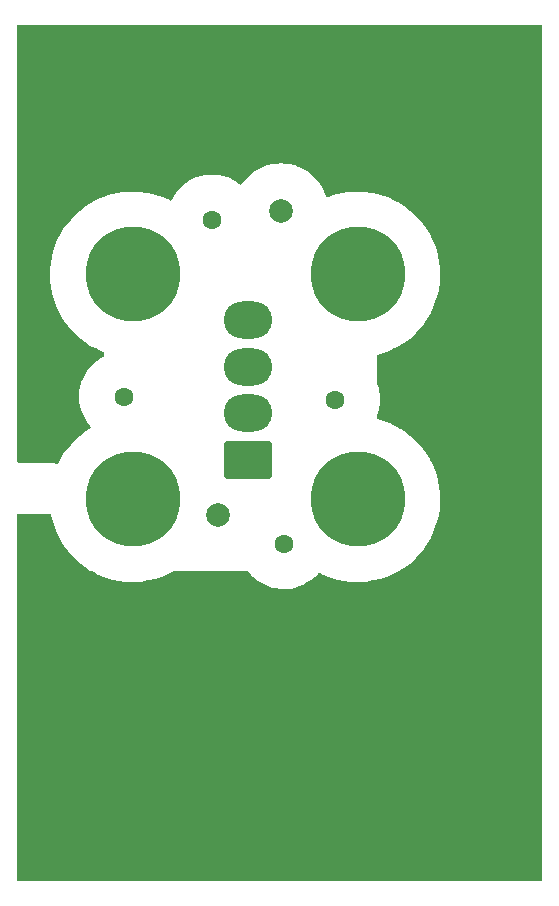
<source format=gbr>
%TF.GenerationSoftware,KiCad,Pcbnew,(6.0.7-1)-1*%
%TF.CreationDate,2022-10-01T11:55:10+02:00*%
%TF.ProjectId,HP6632B_binding_posts,48503636-3332-4425-9f62-696e64696e67,v2.0*%
%TF.SameCoordinates,Original*%
%TF.FileFunction,Copper,L2,Bot*%
%TF.FilePolarity,Positive*%
%FSLAX46Y46*%
G04 Gerber Fmt 4.6, Leading zero omitted, Abs format (unit mm)*
G04 Created by KiCad (PCBNEW (6.0.7-1)-1) date 2022-10-01 11:55:10*
%MOMM*%
%LPD*%
G01*
G04 APERTURE LIST*
G04 Aperture macros list*
%AMRoundRect*
0 Rectangle with rounded corners*
0 $1 Rounding radius*
0 $2 $3 $4 $5 $6 $7 $8 $9 X,Y pos of 4 corners*
0 Add a 4 corners polygon primitive as box body*
4,1,4,$2,$3,$4,$5,$6,$7,$8,$9,$2,$3,0*
0 Add four circle primitives for the rounded corners*
1,1,$1+$1,$2,$3*
1,1,$1+$1,$4,$5*
1,1,$1+$1,$6,$7*
1,1,$1+$1,$8,$9*
0 Add four rect primitives between the rounded corners*
20,1,$1+$1,$2,$3,$4,$5,0*
20,1,$1+$1,$4,$5,$6,$7,0*
20,1,$1+$1,$6,$7,$8,$9,0*
20,1,$1+$1,$8,$9,$2,$3,0*%
G04 Aperture macros list end*
%TA.AperFunction,ComponentPad*%
%ADD10C,8.000000*%
%TD*%
%TA.AperFunction,ComponentPad*%
%ADD11C,2.000000*%
%TD*%
%TA.AperFunction,ComponentPad*%
%ADD12C,1.600000*%
%TD*%
%TA.AperFunction,ComponentPad*%
%ADD13C,4.000000*%
%TD*%
%TA.AperFunction,ComponentPad*%
%ADD14RoundRect,0.250000X1.800000X-1.330000X1.800000X1.330000X-1.800000X1.330000X-1.800000X-1.330000X0*%
%TD*%
%TA.AperFunction,ComponentPad*%
%ADD15O,4.100000X3.160000*%
%TD*%
%TA.AperFunction,ViaPad*%
%ADD16C,0.600000*%
%TD*%
G04 APERTURE END LIST*
D10*
%TO.P,BP2,1,Pin_1*%
%TO.N,/V-*%
X95050000Y-90450000D03*
%TD*%
D11*
%TO.P,C604,1*%
%TO.N,Earth*%
X102272000Y-101736000D03*
%TO.P,C604,2*%
%TO.N,Net-(C604-Pad2)*%
X102272000Y-91736000D03*
%TD*%
D12*
%TO.P,C605,1*%
%TO.N,Net-(C603-Pad1)*%
X101764000Y-66764000D03*
%TO.P,C605,2*%
%TO.N,Earth*%
X101764000Y-61764000D03*
%TD*%
D10*
%TO.P,BP1,1,Pin_1*%
%TO.N,/V+*%
X95050000Y-71400000D03*
%TD*%
D12*
%TO.P,C607,1*%
%TO.N,Net-(C607-Pad1)*%
X112218000Y-82004000D03*
%TO.P,C607,2*%
%TO.N,Earth*%
X117218000Y-82004000D03*
%TD*%
%TO.P,C608,1*%
%TO.N,Earth*%
X107860000Y-99236000D03*
%TO.P,C608,2*%
%TO.N,Net-(C608-Pad2)*%
X107860000Y-94236000D03*
%TD*%
D10*
%TO.P,BP5,1,Pin_1*%
%TO.N,Earth*%
X95050000Y-109500000D03*
%TD*%
D11*
%TO.P,C603,1*%
%TO.N,Net-(C603-Pad1)*%
X107606000Y-66002000D03*
%TO.P,C603,2*%
%TO.N,Earth*%
X107606000Y-56002000D03*
%TD*%
D13*
%TO.P,J1,1,Pin_1*%
%TO.N,Earth*%
X106844000Y-105880000D03*
%TD*%
D14*
%TO.P,J615,1,Pin_1*%
%TO.N,Net-(C608-Pad2)*%
X104812000Y-87130000D03*
D15*
%TO.P,J615,2,Pin_2*%
%TO.N,Net-(C607-Pad1)*%
X104812000Y-83170000D03*
%TO.P,J615,3,Pin_3*%
%TO.N,Net-(J615-Pad3)*%
X104812000Y-79210000D03*
%TO.P,J615,4,Pin_4*%
%TO.N,Net-(J615-Pad4)*%
X104812000Y-75250000D03*
%TD*%
D12*
%TO.P,C606,1*%
%TO.N,Earth*%
X89318000Y-81750000D03*
%TO.P,C606,2*%
%TO.N,Net-(C604-Pad2)*%
X94318000Y-81750000D03*
%TD*%
D10*
%TO.P,BP3,1,Pin_1*%
%TO.N,/V+_sense*%
X114100000Y-71400000D03*
%TD*%
%TO.P,BP4,1,Pin_1*%
%TO.N,/V-_sense*%
X114100000Y-90450000D03*
%TD*%
D16*
%TO.N,Earth*%
X97700000Y-118580000D03*
X128180000Y-103340000D03*
X90080000Y-116040000D03*
X123100000Y-57620000D03*
X125640000Y-65240000D03*
X110400000Y-60160000D03*
X90080000Y-121120000D03*
X102780000Y-118580000D03*
X128180000Y-77940000D03*
X105320000Y-110960000D03*
X123100000Y-103340000D03*
X90080000Y-110960000D03*
X118020000Y-103340000D03*
X97700000Y-52540000D03*
X107860000Y-103340000D03*
X123100000Y-72860000D03*
X115480000Y-121120000D03*
X125640000Y-95720000D03*
X120560000Y-60160000D03*
X118020000Y-113500000D03*
X87540000Y-108420000D03*
X123100000Y-98260000D03*
X95160000Y-116040000D03*
X120560000Y-105880000D03*
X110400000Y-55080000D03*
X128180000Y-118580000D03*
X128180000Y-67780000D03*
X102780000Y-103340000D03*
X112940000Y-57620000D03*
X92620000Y-103340000D03*
X128180000Y-93180000D03*
X128180000Y-83020000D03*
X123100000Y-67780000D03*
X105320000Y-121120000D03*
X87540000Y-118580000D03*
X97700000Y-57620000D03*
X100240000Y-110960000D03*
X87540000Y-57620000D03*
X110400000Y-105880000D03*
X120560000Y-55080000D03*
X100240000Y-116040000D03*
X120560000Y-110960000D03*
X125640000Y-60160000D03*
X87540000Y-52540000D03*
X102780000Y-52540000D03*
X128180000Y-113500000D03*
X125640000Y-70320000D03*
X112940000Y-118580000D03*
X107860000Y-113500000D03*
X125640000Y-110960000D03*
X92620000Y-113500000D03*
X125640000Y-105880000D03*
X125640000Y-80480000D03*
X110400000Y-110960000D03*
X128180000Y-88100000D03*
X123100000Y-93180000D03*
X125640000Y-116040000D03*
X92620000Y-52540000D03*
X90080000Y-105880000D03*
X110400000Y-121120000D03*
X107860000Y-108420000D03*
X95160000Y-121120000D03*
X120560000Y-116040000D03*
X102780000Y-57620000D03*
X128180000Y-57620000D03*
X105320000Y-116040000D03*
X123100000Y-118580000D03*
X107860000Y-118580000D03*
X92620000Y-57620000D03*
X128180000Y-72860000D03*
X123100000Y-113500000D03*
X90080000Y-60160000D03*
X118020000Y-52540000D03*
X100240000Y-55080000D03*
X128180000Y-98260000D03*
X110400000Y-116040000D03*
X107860000Y-57620000D03*
X123100000Y-52540000D03*
X123100000Y-62700000D03*
X128180000Y-52540000D03*
X118020000Y-118580000D03*
X95160000Y-60160000D03*
X115480000Y-105880000D03*
X125640000Y-90640000D03*
X115480000Y-60160000D03*
X128180000Y-62700000D03*
X128180000Y-108420000D03*
X107860000Y-52540000D03*
X105320000Y-55080000D03*
X92620000Y-118580000D03*
X100240000Y-121120000D03*
X87540000Y-103340000D03*
X97700000Y-103340000D03*
X125640000Y-85560000D03*
X100240000Y-60160000D03*
X125640000Y-100800000D03*
X123100000Y-108420000D03*
X123100000Y-83020000D03*
X102780000Y-113500000D03*
X115480000Y-55080000D03*
X115480000Y-110960000D03*
X125640000Y-121120000D03*
X112940000Y-52540000D03*
X105320000Y-60160000D03*
X115480000Y-116040000D03*
X120560000Y-121120000D03*
X123100000Y-77940000D03*
X102780000Y-108420000D03*
X112940000Y-108420000D03*
X97700000Y-113500000D03*
X118020000Y-57620000D03*
X95160000Y-55080000D03*
X125640000Y-55080000D03*
X87540000Y-113500000D03*
X118020000Y-108420000D03*
X100240000Y-105880000D03*
X123100000Y-88100000D03*
X125640000Y-75400000D03*
X112940000Y-103340000D03*
X90080000Y-55080000D03*
X112940000Y-113500000D03*
%TD*%
%TA.AperFunction,Conductor*%
%TO.N,Earth*%
G36*
X129692539Y-50270185D02*
G01*
X129738294Y-50322989D01*
X129749500Y-50374500D01*
X129749500Y-122625500D01*
X129729815Y-122692539D01*
X129677011Y-122738294D01*
X129625500Y-122749500D01*
X85374784Y-122749500D01*
X85307745Y-122729815D01*
X85261990Y-122677011D01*
X85250784Y-122625406D01*
X85274216Y-91776406D01*
X85293952Y-91709381D01*
X85346790Y-91663667D01*
X85398216Y-91652500D01*
X87996584Y-91652500D01*
X88014639Y-91653821D01*
X88036824Y-91657086D01*
X88045814Y-91654823D01*
X88111777Y-91670640D01*
X88160126Y-91721078D01*
X88171742Y-91754317D01*
X88229691Y-92049689D01*
X88365166Y-92544900D01*
X88536545Y-93028859D01*
X88537460Y-93030944D01*
X88537465Y-93030956D01*
X88654355Y-93297239D01*
X88742908Y-93498968D01*
X88983147Y-93952699D01*
X89255971Y-94387618D01*
X89559915Y-94801388D01*
X89561393Y-94803119D01*
X89561395Y-94803121D01*
X89891867Y-95190055D01*
X89891875Y-95190064D01*
X89893346Y-95191786D01*
X89894946Y-95193403D01*
X89894948Y-95193405D01*
X90252866Y-95555092D01*
X90252879Y-95555104D01*
X90254474Y-95556716D01*
X90641360Y-95894218D01*
X91051924Y-96202478D01*
X91483962Y-96479841D01*
X91485971Y-96480932D01*
X91485973Y-96480933D01*
X91577288Y-96530513D01*
X91935153Y-96724818D01*
X91957325Y-96734829D01*
X92211847Y-96849750D01*
X92403075Y-96936093D01*
X92405185Y-96936865D01*
X92405192Y-96936868D01*
X92883087Y-97111752D01*
X92885213Y-97112530D01*
X93378978Y-97253183D01*
X93881718Y-97357296D01*
X94390734Y-97424309D01*
X94903290Y-97453863D01*
X95100329Y-97450767D01*
X95414361Y-97445834D01*
X95414369Y-97445834D01*
X95416634Y-97445798D01*
X95825949Y-97409268D01*
X95925747Y-97400361D01*
X95925750Y-97400361D01*
X95928009Y-97400159D01*
X95930247Y-97399792D01*
X95930251Y-97399792D01*
X96432429Y-97317558D01*
X96432434Y-97317557D01*
X96434669Y-97317191D01*
X96436864Y-97316664D01*
X96436874Y-97316662D01*
X96931672Y-97197871D01*
X96931679Y-97197869D01*
X96933891Y-97197338D01*
X96936066Y-97196644D01*
X97420820Y-97041939D01*
X97420825Y-97041937D01*
X97422994Y-97041245D01*
X97682640Y-96936868D01*
X97897239Y-96850600D01*
X97897252Y-96850594D01*
X97899352Y-96849750D01*
X97901410Y-96848742D01*
X98358352Y-96624889D01*
X98358358Y-96624886D01*
X98360407Y-96623882D01*
X98574222Y-96498939D01*
X98636782Y-96482000D01*
X104731826Y-96482000D01*
X104798865Y-96501685D01*
X104830202Y-96530513D01*
X104960151Y-96699865D01*
X104962054Y-96702345D01*
X105067115Y-96813834D01*
X105223976Y-96980291D01*
X105223983Y-96980298D01*
X105226129Y-96982575D01*
X105293860Y-97041245D01*
X105474059Y-97197338D01*
X105517172Y-97234684D01*
X105832201Y-97456090D01*
X106167992Y-97644527D01*
X106521107Y-97798066D01*
X106524092Y-97799019D01*
X106524093Y-97799019D01*
X106884947Y-97914182D01*
X106884953Y-97914183D01*
X106887931Y-97915134D01*
X107014132Y-97941729D01*
X107261631Y-97993885D01*
X107261635Y-97993886D01*
X107264707Y-97994533D01*
X107267825Y-97994866D01*
X107267830Y-97994867D01*
X107456143Y-98014992D01*
X107647578Y-98035451D01*
X107851368Y-98036518D01*
X108029489Y-98037451D01*
X108029497Y-98037451D01*
X108032624Y-98037467D01*
X108035737Y-98037167D01*
X108035743Y-98037167D01*
X108352258Y-98006689D01*
X108415902Y-98000561D01*
X108793489Y-97925112D01*
X108796486Y-97924190D01*
X108796490Y-97924189D01*
X109158503Y-97812819D01*
X109158511Y-97812816D01*
X109161518Y-97811891D01*
X109516221Y-97662059D01*
X109853968Y-97477148D01*
X110171298Y-97259053D01*
X110178949Y-97252565D01*
X110344990Y-97111752D01*
X110464965Y-97010006D01*
X110489388Y-96984627D01*
X110729774Y-96734829D01*
X110729778Y-96734825D01*
X110731960Y-96732557D01*
X110747164Y-96713166D01*
X110804020Y-96672558D01*
X110873805Y-96669134D01*
X110903911Y-96680707D01*
X110985153Y-96724818D01*
X111007325Y-96734829D01*
X111261847Y-96849750D01*
X111453075Y-96936093D01*
X111455185Y-96936865D01*
X111455192Y-96936868D01*
X111933087Y-97111752D01*
X111935213Y-97112530D01*
X112428978Y-97253183D01*
X112931718Y-97357296D01*
X113440734Y-97424309D01*
X113953290Y-97453863D01*
X114150329Y-97450767D01*
X114464361Y-97445834D01*
X114464369Y-97445834D01*
X114466634Y-97445798D01*
X114875949Y-97409268D01*
X114975747Y-97400361D01*
X114975750Y-97400361D01*
X114978009Y-97400159D01*
X114980247Y-97399792D01*
X114980251Y-97399792D01*
X115482429Y-97317558D01*
X115482434Y-97317557D01*
X115484669Y-97317191D01*
X115486864Y-97316664D01*
X115486874Y-97316662D01*
X115981672Y-97197871D01*
X115981679Y-97197869D01*
X115983891Y-97197338D01*
X115986066Y-97196644D01*
X116470820Y-97041939D01*
X116470825Y-97041937D01*
X116472994Y-97041245D01*
X116732640Y-96936868D01*
X116947239Y-96850600D01*
X116947252Y-96850594D01*
X116949352Y-96849750D01*
X116951410Y-96848742D01*
X117408352Y-96624889D01*
X117408358Y-96624886D01*
X117410407Y-96623882D01*
X117853680Y-96364854D01*
X117855535Y-96363579D01*
X117855543Y-96363574D01*
X118274925Y-96075341D01*
X118274928Y-96075339D01*
X118276793Y-96074057D01*
X118503125Y-95892731D01*
X118675687Y-95754482D01*
X118677472Y-95753052D01*
X118890503Y-95555092D01*
X119051897Y-95405115D01*
X119053565Y-95403565D01*
X119403052Y-95027472D01*
X119724057Y-94626793D01*
X119725341Y-94624925D01*
X120013574Y-94205543D01*
X120013579Y-94205535D01*
X120014854Y-94203680D01*
X120273882Y-93760407D01*
X120401960Y-93498968D01*
X120498742Y-93301410D01*
X120498744Y-93301405D01*
X120499750Y-93299352D01*
X120500594Y-93297252D01*
X120500600Y-93297239D01*
X120690396Y-92825105D01*
X120691245Y-92822994D01*
X120779318Y-92547027D01*
X120846644Y-92336066D01*
X120846645Y-92336063D01*
X120847338Y-92333891D01*
X120915569Y-92049689D01*
X120966662Y-91836874D01*
X120966664Y-91836864D01*
X120967191Y-91834669D01*
X120995194Y-91663667D01*
X121049792Y-91330251D01*
X121049792Y-91330247D01*
X121050159Y-91328009D01*
X121064617Y-91166015D01*
X121095625Y-90818577D01*
X121095626Y-90818564D01*
X121095798Y-90816634D01*
X121105399Y-90450000D01*
X121086586Y-89936937D01*
X121030247Y-89426630D01*
X120936686Y-88921820D01*
X120806405Y-88425217D01*
X120640103Y-87939490D01*
X120445508Y-87483266D01*
X120439570Y-87469344D01*
X120439569Y-87469341D01*
X120438675Y-87467246D01*
X120380906Y-87355320D01*
X120237330Y-87077149D01*
X120203200Y-87011023D01*
X119972520Y-86634586D01*
X119936134Y-86575209D01*
X119936129Y-86575201D01*
X119934946Y-86573271D01*
X119879395Y-86495964D01*
X119636685Y-86158198D01*
X119636681Y-86158192D01*
X119635351Y-86156342D01*
X119353303Y-85819015D01*
X119307481Y-85764213D01*
X119307479Y-85764211D01*
X119306026Y-85762473D01*
X118948739Y-85393782D01*
X118947054Y-85392281D01*
X118947047Y-85392274D01*
X118794588Y-85256438D01*
X118565409Y-85052247D01*
X118563622Y-85050876D01*
X118563615Y-85050870D01*
X118159900Y-84741089D01*
X118159895Y-84741086D01*
X118158096Y-84739705D01*
X118156208Y-84738465D01*
X118156197Y-84738457D01*
X117785614Y-84495030D01*
X117728986Y-84457832D01*
X117486922Y-84323101D01*
X117282371Y-84209249D01*
X117282363Y-84209245D01*
X117280385Y-84208144D01*
X117278317Y-84207184D01*
X117278311Y-84207181D01*
X116816772Y-83992942D01*
X116816765Y-83992939D01*
X116814701Y-83991981D01*
X116543828Y-83889627D01*
X116336571Y-83811310D01*
X116336562Y-83811307D01*
X116334437Y-83810504D01*
X116101168Y-83741406D01*
X115844344Y-83665331D01*
X115844334Y-83665329D01*
X115842172Y-83664688D01*
X115839956Y-83664205D01*
X115839941Y-83664201D01*
X115831588Y-83662380D01*
X115770280Y-83628868D01*
X115736822Y-83567530D01*
X115734000Y-83541226D01*
X115734000Y-83473678D01*
X115742005Y-83429847D01*
X115840112Y-83170215D01*
X115841218Y-83167288D01*
X115940227Y-82795184D01*
X116001126Y-82414979D01*
X116023291Y-82030566D01*
X116023384Y-82004000D01*
X116003903Y-81619442D01*
X115945660Y-81238821D01*
X115877409Y-80974912D01*
X115850038Y-80869077D01*
X115850036Y-80869072D01*
X115849251Y-80866035D01*
X115741702Y-80575292D01*
X115734000Y-80532272D01*
X115734000Y-78305086D01*
X115753685Y-78238047D01*
X115806489Y-78192292D01*
X115829052Y-78184512D01*
X115879715Y-78172349D01*
X115983891Y-78147338D01*
X115986066Y-78146644D01*
X116470820Y-77991939D01*
X116470825Y-77991937D01*
X116472994Y-77991245D01*
X116732640Y-77886868D01*
X116947239Y-77800600D01*
X116947252Y-77800594D01*
X116949352Y-77799750D01*
X117204371Y-77674818D01*
X117408352Y-77574889D01*
X117408358Y-77574886D01*
X117410407Y-77573882D01*
X117853680Y-77314854D01*
X117855535Y-77313579D01*
X117855543Y-77313574D01*
X118274925Y-77025341D01*
X118274928Y-77025339D01*
X118276793Y-77024057D01*
X118503125Y-76842731D01*
X118675687Y-76704482D01*
X118677472Y-76703052D01*
X118890503Y-76505092D01*
X119051897Y-76355115D01*
X119053565Y-76353565D01*
X119403052Y-75977472D01*
X119724057Y-75576793D01*
X119725341Y-75574925D01*
X120013574Y-75155543D01*
X120013579Y-75155535D01*
X120014854Y-75153680D01*
X120273882Y-74710407D01*
X120401960Y-74448968D01*
X120498742Y-74251410D01*
X120498744Y-74251405D01*
X120499750Y-74249352D01*
X120500594Y-74247252D01*
X120500600Y-74247239D01*
X120690396Y-73775105D01*
X120691245Y-73772994D01*
X120779318Y-73497027D01*
X120846644Y-73286066D01*
X120846645Y-73286063D01*
X120847338Y-73283891D01*
X120915569Y-72999689D01*
X120966662Y-72786874D01*
X120966664Y-72786864D01*
X120967191Y-72784669D01*
X121014114Y-72498128D01*
X121049792Y-72280251D01*
X121049792Y-72280247D01*
X121050159Y-72278009D01*
X121095798Y-71766634D01*
X121095849Y-71764693D01*
X121105349Y-71401924D01*
X121105349Y-71401912D01*
X121105399Y-71400000D01*
X121086586Y-70886937D01*
X121030247Y-70376630D01*
X120936686Y-69871820D01*
X120806405Y-69375217D01*
X120640103Y-68889490D01*
X120438675Y-68417246D01*
X120203200Y-67961023D01*
X119972520Y-67584586D01*
X119936134Y-67525209D01*
X119936129Y-67525201D01*
X119934946Y-67523271D01*
X119879395Y-67445964D01*
X119636685Y-67108198D01*
X119636681Y-67108192D01*
X119635351Y-67106342D01*
X119353303Y-66769015D01*
X119307481Y-66714213D01*
X119307479Y-66714211D01*
X119306026Y-66712473D01*
X118948739Y-66343782D01*
X118947054Y-66342281D01*
X118947047Y-66342274D01*
X118794588Y-66206438D01*
X118565409Y-66002247D01*
X118563622Y-66000876D01*
X118563615Y-66000870D01*
X118159900Y-65691089D01*
X118159895Y-65691086D01*
X118158096Y-65689705D01*
X118156208Y-65688465D01*
X118156197Y-65688457D01*
X117785614Y-65445030D01*
X117728986Y-65407832D01*
X117682211Y-65381798D01*
X117282371Y-65159249D01*
X117282363Y-65159245D01*
X117280385Y-65158144D01*
X117278317Y-65157184D01*
X117278311Y-65157181D01*
X116816772Y-64942942D01*
X116816765Y-64942939D01*
X116814701Y-64941981D01*
X116420594Y-64793060D01*
X116336571Y-64761310D01*
X116336562Y-64761307D01*
X116334437Y-64760504D01*
X115842172Y-64614688D01*
X115839973Y-64614209D01*
X115839967Y-64614207D01*
X115342764Y-64505800D01*
X115342765Y-64505800D01*
X115340549Y-64505317D01*
X115113212Y-64472962D01*
X114834520Y-64433298D01*
X114834518Y-64433298D01*
X114832264Y-64432977D01*
X114829992Y-64432822D01*
X114829991Y-64432822D01*
X114789701Y-64430075D01*
X114320045Y-64398058D01*
X113871790Y-64400405D01*
X113808934Y-64400734D01*
X113806644Y-64400746D01*
X113804370Y-64400925D01*
X113804369Y-64400925D01*
X113618927Y-64415519D01*
X113294819Y-64441027D01*
X112787319Y-64518686D01*
X112446562Y-64596730D01*
X112289095Y-64632794D01*
X112289090Y-64632795D01*
X112286869Y-64633304D01*
X112284694Y-64633973D01*
X112284687Y-64633975D01*
X112071550Y-64699545D01*
X111796158Y-64784267D01*
X111794050Y-64785089D01*
X111794041Y-64785092D01*
X111696575Y-64823093D01*
X111583975Y-64866994D01*
X111514366Y-64873006D01*
X111452555Y-64840430D01*
X111422118Y-64793060D01*
X111310120Y-64478534D01*
X111309107Y-64475689D01*
X111292797Y-64441027D01*
X111143779Y-64124349D01*
X111142492Y-64121614D01*
X111070818Y-64001379D01*
X110943668Y-63788083D01*
X110943663Y-63788076D01*
X110942120Y-63785487D01*
X110940334Y-63783064D01*
X110940329Y-63783057D01*
X110757688Y-63535328D01*
X110709905Y-63470517D01*
X110448061Y-63179711D01*
X110159090Y-62915844D01*
X109845749Y-62681435D01*
X109511030Y-62478722D01*
X109158126Y-62309638D01*
X109103075Y-62289601D01*
X109086833Y-62283690D01*
X108790407Y-62175800D01*
X108411382Y-62078483D01*
X108408381Y-62078018D01*
X108408374Y-62078017D01*
X108027670Y-62019081D01*
X108027661Y-62019080D01*
X108024670Y-62018617D01*
X107633962Y-61996773D01*
X107242987Y-62013159D01*
X107239983Y-62013581D01*
X107239974Y-62013582D01*
X107018631Y-62044690D01*
X106855477Y-62067620D01*
X106475131Y-62159636D01*
X106472271Y-62160632D01*
X106472264Y-62160634D01*
X106425730Y-62176839D01*
X106105579Y-62288327D01*
X106102828Y-62289598D01*
X106102821Y-62289601D01*
X105753110Y-62451191D01*
X105753106Y-62451193D01*
X105750349Y-62452467D01*
X105747730Y-62454003D01*
X105747731Y-62454003D01*
X105415443Y-62648954D01*
X105415435Y-62648959D01*
X105412831Y-62650487D01*
X105096248Y-62880498D01*
X104803621Y-63140305D01*
X104537743Y-63427427D01*
X104301152Y-63739124D01*
X104299234Y-63742242D01*
X104299137Y-63742330D01*
X104297854Y-63744203D01*
X104297402Y-63743894D01*
X104247341Y-63789025D01*
X104178391Y-63800327D01*
X104112762Y-63771275D01*
X104098740Y-63759215D01*
X104098736Y-63759212D01*
X104096347Y-63757157D01*
X103780546Y-63536851D01*
X103777821Y-63535335D01*
X103777811Y-63535328D01*
X103562946Y-63415736D01*
X103444099Y-63349587D01*
X103090450Y-63197282D01*
X102723221Y-63081495D01*
X102346170Y-63003412D01*
X102343049Y-63003089D01*
X102343046Y-63003089D01*
X101966284Y-62964154D01*
X101966283Y-62964154D01*
X101963158Y-62963831D01*
X101769589Y-62963493D01*
X101581244Y-62963164D01*
X101581235Y-62963164D01*
X101578108Y-62963159D01*
X101194961Y-63001402D01*
X100817639Y-63078169D01*
X100814642Y-63079103D01*
X100814640Y-63079103D01*
X100803936Y-63082437D01*
X100450008Y-63192674D01*
X100439205Y-63197282D01*
X100098712Y-63342514D01*
X100098707Y-63342516D01*
X100095829Y-63343744D01*
X100093089Y-63345256D01*
X100093086Y-63345258D01*
X99761482Y-63528313D01*
X99761477Y-63528316D01*
X99758731Y-63529832D01*
X99756150Y-63531619D01*
X99756147Y-63531621D01*
X99748594Y-63536851D01*
X99442163Y-63749034D01*
X99365255Y-63814720D01*
X99151763Y-63997058D01*
X99151758Y-63997063D01*
X99149368Y-63999104D01*
X98883343Y-64277484D01*
X98881405Y-64279974D01*
X98881402Y-64279977D01*
X98695839Y-64518343D01*
X98646812Y-64581321D01*
X98645142Y-64583984D01*
X98645138Y-64583989D01*
X98519504Y-64784267D01*
X98442196Y-64907507D01*
X98440800Y-64910332D01*
X98355528Y-65082867D01*
X98308178Y-65134245D01*
X98240568Y-65151868D01*
X98192157Y-65140399D01*
X97826707Y-64970763D01*
X97766772Y-64942942D01*
X97766765Y-64942939D01*
X97764701Y-64941981D01*
X97370594Y-64793060D01*
X97286571Y-64761310D01*
X97286562Y-64761307D01*
X97284437Y-64760504D01*
X96792172Y-64614688D01*
X96789973Y-64614209D01*
X96789967Y-64614207D01*
X96292764Y-64505800D01*
X96292765Y-64505800D01*
X96290549Y-64505317D01*
X96063212Y-64472962D01*
X95784520Y-64433298D01*
X95784518Y-64433298D01*
X95782264Y-64432977D01*
X95779992Y-64432822D01*
X95779991Y-64432822D01*
X95739701Y-64430075D01*
X95270045Y-64398058D01*
X94821790Y-64400405D01*
X94758934Y-64400734D01*
X94756644Y-64400746D01*
X94754370Y-64400925D01*
X94754369Y-64400925D01*
X94568927Y-64415519D01*
X94244819Y-64441027D01*
X93737319Y-64518686D01*
X93396562Y-64596730D01*
X93239095Y-64632794D01*
X93239090Y-64632795D01*
X93236869Y-64633304D01*
X93234694Y-64633973D01*
X93234687Y-64633975D01*
X93021550Y-64699545D01*
X92746158Y-64784267D01*
X92744050Y-64785089D01*
X92744041Y-64785092D01*
X92592094Y-64844334D01*
X92267821Y-64970763D01*
X92097779Y-65051868D01*
X91806486Y-65190807D01*
X91806477Y-65190812D01*
X91804426Y-65191790D01*
X91358464Y-65446163D01*
X91356570Y-65447436D01*
X90934206Y-65731252D01*
X90934199Y-65731257D01*
X90932330Y-65732513D01*
X90930548Y-65733910D01*
X90930547Y-65733911D01*
X90586410Y-66003749D01*
X90528311Y-66049304D01*
X90148579Y-66394834D01*
X89795173Y-66767247D01*
X89793726Y-66769015D01*
X89471429Y-67162783D01*
X89471420Y-67162795D01*
X89469990Y-67164542D01*
X89174778Y-67584586D01*
X88911122Y-68025123D01*
X88680438Y-68483787D01*
X88483966Y-68958114D01*
X88322760Y-69445556D01*
X88197686Y-69943496D01*
X88109416Y-70449258D01*
X88058425Y-70960127D01*
X88058366Y-70962388D01*
X88046856Y-71401924D01*
X88044985Y-71473359D01*
X88045092Y-71475627D01*
X88045092Y-71475631D01*
X88058816Y-71766634D01*
X88069170Y-71986197D01*
X88130849Y-72495886D01*
X88229691Y-72999689D01*
X88365166Y-73494900D01*
X88536545Y-73978859D01*
X88537460Y-73980944D01*
X88537465Y-73980956D01*
X88654355Y-74247239D01*
X88742908Y-74448968D01*
X88983147Y-74902699D01*
X89255971Y-75337618D01*
X89559915Y-75751388D01*
X89561393Y-75753119D01*
X89561395Y-75753121D01*
X89891867Y-76140055D01*
X89891875Y-76140064D01*
X89893346Y-76141786D01*
X89894946Y-76143403D01*
X89894948Y-76143405D01*
X90252866Y-76505092D01*
X90252879Y-76505104D01*
X90254474Y-76506716D01*
X90641360Y-76844218D01*
X91051924Y-77152478D01*
X91483962Y-77429841D01*
X91935153Y-77674818D01*
X92183891Y-77787127D01*
X92211847Y-77799750D01*
X92403075Y-77886093D01*
X92405185Y-77886865D01*
X92405192Y-77886868D01*
X92538614Y-77935693D01*
X92594805Y-77977218D01*
X92619627Y-78042530D01*
X92620000Y-78052141D01*
X92620000Y-78273022D01*
X92600315Y-78340061D01*
X92555927Y-78381579D01*
X92315497Y-78514304D01*
X92315481Y-78514314D01*
X92312731Y-78515832D01*
X91996163Y-78735034D01*
X91993777Y-78737072D01*
X91705763Y-78983058D01*
X91705758Y-78983063D01*
X91703368Y-78985104D01*
X91437343Y-79263484D01*
X91200812Y-79567321D01*
X90996196Y-79893507D01*
X90825591Y-80238700D01*
X90824491Y-80241642D01*
X90824488Y-80241649D01*
X90707529Y-80554471D01*
X90690743Y-80599366D01*
X90593034Y-80971814D01*
X90533462Y-81352229D01*
X90533293Y-81355354D01*
X90518821Y-81622578D01*
X90512639Y-81736717D01*
X90512787Y-81739850D01*
X90526577Y-82032251D01*
X90530778Y-82121340D01*
X90587692Y-82502162D01*
X90682799Y-82875283D01*
X90815126Y-83236882D01*
X90983317Y-83583258D01*
X91185650Y-83910864D01*
X91420054Y-84216345D01*
X91422195Y-84218617D01*
X91422212Y-84218637D01*
X91461956Y-84260811D01*
X91493608Y-84323101D01*
X91486558Y-84392614D01*
X91443046Y-84447281D01*
X91433156Y-84453559D01*
X91358464Y-84496163D01*
X91356570Y-84497436D01*
X90934206Y-84781252D01*
X90934199Y-84781257D01*
X90932330Y-84782513D01*
X90930548Y-84783910D01*
X90930547Y-84783911D01*
X90586410Y-85053749D01*
X90528311Y-85099304D01*
X90148579Y-85444834D01*
X89795173Y-85817247D01*
X89793726Y-85819015D01*
X89471429Y-86212783D01*
X89471420Y-86212795D01*
X89469990Y-86214542D01*
X89174778Y-86634586D01*
X88911122Y-87075123D01*
X88910103Y-87077148D01*
X88910103Y-87077149D01*
X88740146Y-87415070D01*
X88692438Y-87466116D01*
X88624706Y-87483266D01*
X88580539Y-87473335D01*
X88418541Y-87403937D01*
X88418539Y-87403936D01*
X88413963Y-87401976D01*
X88222077Y-87354116D01*
X88032633Y-87338141D01*
X88025016Y-87336594D01*
X88013028Y-87338929D01*
X88013027Y-87338929D01*
X88011569Y-87339213D01*
X87987862Y-87341500D01*
X85398261Y-87341500D01*
X85331222Y-87321815D01*
X85285467Y-87269011D01*
X85274261Y-87217579D01*
X85262299Y-68481752D01*
X85250739Y-50374578D01*
X85270381Y-50307527D01*
X85323156Y-50261739D01*
X85374739Y-50250500D01*
X129625500Y-50250500D01*
X129692539Y-50270185D01*
G37*
%TD.AperFunction*%
%TD*%
M02*

</source>
